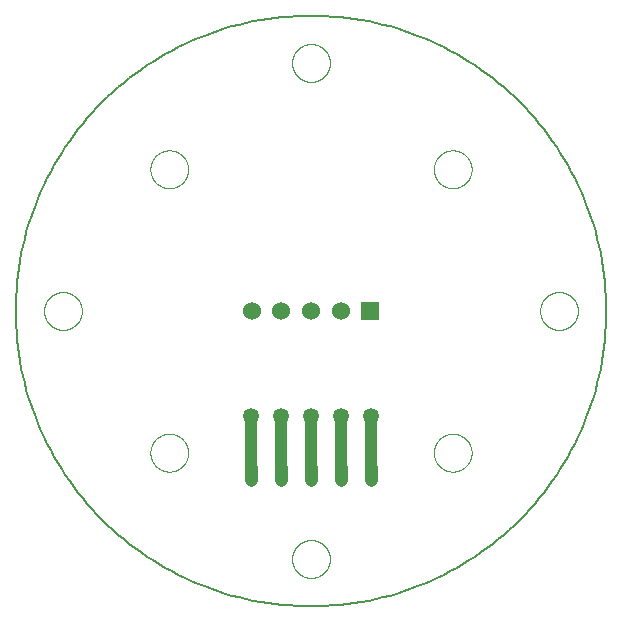
<source format=gbl>
G75*
%MOIN*%
%OFA0B0*%
%FSLAX25Y25*%
%IPPOS*%
%LPD*%
%AMOC8*
5,1,8,0,0,1.08239X$1,22.5*
%
%ADD10C,0.00600*%
%ADD11C,0.00000*%
%ADD12R,0.06000X0.06000*%
%ADD13C,0.06000*%
%ADD14C,0.04362*%
%ADD15C,0.05315*%
%ADD16C,0.04000*%
D10*
X0001300Y0099725D02*
X0001330Y0102140D01*
X0001419Y0104554D01*
X0001567Y0106966D01*
X0001774Y0109372D01*
X0002040Y0111773D01*
X0002365Y0114167D01*
X0002749Y0116552D01*
X0003191Y0118927D01*
X0003692Y0121290D01*
X0004250Y0123640D01*
X0004865Y0125976D01*
X0005538Y0128296D01*
X0006268Y0130599D01*
X0007054Y0132883D01*
X0007895Y0135148D01*
X0008792Y0137391D01*
X0009744Y0139611D01*
X0010750Y0141807D01*
X0011809Y0143978D01*
X0012922Y0146122D01*
X0014087Y0148239D01*
X0015303Y0150326D01*
X0016570Y0152382D01*
X0017888Y0154407D01*
X0019254Y0156399D01*
X0020669Y0158357D01*
X0022132Y0160279D01*
X0023641Y0162165D01*
X0025197Y0164014D01*
X0026797Y0165823D01*
X0028441Y0167593D01*
X0030128Y0169322D01*
X0031857Y0171009D01*
X0033627Y0172653D01*
X0035436Y0174253D01*
X0037285Y0175809D01*
X0039171Y0177318D01*
X0041093Y0178781D01*
X0043051Y0180196D01*
X0045043Y0181562D01*
X0047068Y0182880D01*
X0049124Y0184147D01*
X0051211Y0185363D01*
X0053328Y0186528D01*
X0055472Y0187641D01*
X0057643Y0188700D01*
X0059839Y0189706D01*
X0062059Y0190658D01*
X0064302Y0191555D01*
X0066567Y0192396D01*
X0068851Y0193182D01*
X0071154Y0193912D01*
X0073474Y0194585D01*
X0075810Y0195200D01*
X0078160Y0195758D01*
X0080523Y0196259D01*
X0082898Y0196701D01*
X0085283Y0197085D01*
X0087677Y0197410D01*
X0090078Y0197676D01*
X0092484Y0197883D01*
X0094896Y0198031D01*
X0097310Y0198120D01*
X0099725Y0198150D01*
X0102140Y0198120D01*
X0104554Y0198031D01*
X0106966Y0197883D01*
X0109372Y0197676D01*
X0111773Y0197410D01*
X0114167Y0197085D01*
X0116552Y0196701D01*
X0118927Y0196259D01*
X0121290Y0195758D01*
X0123640Y0195200D01*
X0125976Y0194585D01*
X0128296Y0193912D01*
X0130599Y0193182D01*
X0132883Y0192396D01*
X0135148Y0191555D01*
X0137391Y0190658D01*
X0139611Y0189706D01*
X0141807Y0188700D01*
X0143978Y0187641D01*
X0146122Y0186528D01*
X0148239Y0185363D01*
X0150326Y0184147D01*
X0152382Y0182880D01*
X0154407Y0181562D01*
X0156399Y0180196D01*
X0158357Y0178781D01*
X0160279Y0177318D01*
X0162165Y0175809D01*
X0164014Y0174253D01*
X0165823Y0172653D01*
X0167593Y0171009D01*
X0169322Y0169322D01*
X0171009Y0167593D01*
X0172653Y0165823D01*
X0174253Y0164014D01*
X0175809Y0162165D01*
X0177318Y0160279D01*
X0178781Y0158357D01*
X0180196Y0156399D01*
X0181562Y0154407D01*
X0182880Y0152382D01*
X0184147Y0150326D01*
X0185363Y0148239D01*
X0186528Y0146122D01*
X0187641Y0143978D01*
X0188700Y0141807D01*
X0189706Y0139611D01*
X0190658Y0137391D01*
X0191555Y0135148D01*
X0192396Y0132883D01*
X0193182Y0130599D01*
X0193912Y0128296D01*
X0194585Y0125976D01*
X0195200Y0123640D01*
X0195758Y0121290D01*
X0196259Y0118927D01*
X0196701Y0116552D01*
X0197085Y0114167D01*
X0197410Y0111773D01*
X0197676Y0109372D01*
X0197883Y0106966D01*
X0198031Y0104554D01*
X0198120Y0102140D01*
X0198150Y0099725D01*
X0198120Y0097310D01*
X0198031Y0094896D01*
X0197883Y0092484D01*
X0197676Y0090078D01*
X0197410Y0087677D01*
X0197085Y0085283D01*
X0196701Y0082898D01*
X0196259Y0080523D01*
X0195758Y0078160D01*
X0195200Y0075810D01*
X0194585Y0073474D01*
X0193912Y0071154D01*
X0193182Y0068851D01*
X0192396Y0066567D01*
X0191555Y0064302D01*
X0190658Y0062059D01*
X0189706Y0059839D01*
X0188700Y0057643D01*
X0187641Y0055472D01*
X0186528Y0053328D01*
X0185363Y0051211D01*
X0184147Y0049124D01*
X0182880Y0047068D01*
X0181562Y0045043D01*
X0180196Y0043051D01*
X0178781Y0041093D01*
X0177318Y0039171D01*
X0175809Y0037285D01*
X0174253Y0035436D01*
X0172653Y0033627D01*
X0171009Y0031857D01*
X0169322Y0030128D01*
X0167593Y0028441D01*
X0165823Y0026797D01*
X0164014Y0025197D01*
X0162165Y0023641D01*
X0160279Y0022132D01*
X0158357Y0020669D01*
X0156399Y0019254D01*
X0154407Y0017888D01*
X0152382Y0016570D01*
X0150326Y0015303D01*
X0148239Y0014087D01*
X0146122Y0012922D01*
X0143978Y0011809D01*
X0141807Y0010750D01*
X0139611Y0009744D01*
X0137391Y0008792D01*
X0135148Y0007895D01*
X0132883Y0007054D01*
X0130599Y0006268D01*
X0128296Y0005538D01*
X0125976Y0004865D01*
X0123640Y0004250D01*
X0121290Y0003692D01*
X0118927Y0003191D01*
X0116552Y0002749D01*
X0114167Y0002365D01*
X0111773Y0002040D01*
X0109372Y0001774D01*
X0106966Y0001567D01*
X0104554Y0001419D01*
X0102140Y0001330D01*
X0099725Y0001300D01*
X0097310Y0001330D01*
X0094896Y0001419D01*
X0092484Y0001567D01*
X0090078Y0001774D01*
X0087677Y0002040D01*
X0085283Y0002365D01*
X0082898Y0002749D01*
X0080523Y0003191D01*
X0078160Y0003692D01*
X0075810Y0004250D01*
X0073474Y0004865D01*
X0071154Y0005538D01*
X0068851Y0006268D01*
X0066567Y0007054D01*
X0064302Y0007895D01*
X0062059Y0008792D01*
X0059839Y0009744D01*
X0057643Y0010750D01*
X0055472Y0011809D01*
X0053328Y0012922D01*
X0051211Y0014087D01*
X0049124Y0015303D01*
X0047068Y0016570D01*
X0045043Y0017888D01*
X0043051Y0019254D01*
X0041093Y0020669D01*
X0039171Y0022132D01*
X0037285Y0023641D01*
X0035436Y0025197D01*
X0033627Y0026797D01*
X0031857Y0028441D01*
X0030128Y0030128D01*
X0028441Y0031857D01*
X0026797Y0033627D01*
X0025197Y0035436D01*
X0023641Y0037285D01*
X0022132Y0039171D01*
X0020669Y0041093D01*
X0019254Y0043051D01*
X0017888Y0045043D01*
X0016570Y0047068D01*
X0015303Y0049124D01*
X0014087Y0051211D01*
X0012922Y0053328D01*
X0011809Y0055472D01*
X0010750Y0057643D01*
X0009744Y0059839D01*
X0008792Y0062059D01*
X0007895Y0064302D01*
X0007054Y0066567D01*
X0006268Y0068851D01*
X0005538Y0071154D01*
X0004865Y0073474D01*
X0004250Y0075810D01*
X0003692Y0078160D01*
X0003191Y0080523D01*
X0002749Y0082898D01*
X0002365Y0085283D01*
X0002040Y0087677D01*
X0001774Y0090078D01*
X0001567Y0092484D01*
X0001419Y0094896D01*
X0001330Y0097310D01*
X0001300Y0099725D01*
D11*
X0046182Y0052481D02*
X0046184Y0052639D01*
X0046190Y0052797D01*
X0046200Y0052955D01*
X0046214Y0053113D01*
X0046232Y0053270D01*
X0046253Y0053427D01*
X0046279Y0053583D01*
X0046309Y0053739D01*
X0046342Y0053894D01*
X0046380Y0054047D01*
X0046421Y0054200D01*
X0046466Y0054352D01*
X0046515Y0054503D01*
X0046568Y0054652D01*
X0046624Y0054800D01*
X0046684Y0054946D01*
X0046748Y0055091D01*
X0046816Y0055234D01*
X0046887Y0055376D01*
X0046961Y0055516D01*
X0047039Y0055653D01*
X0047121Y0055789D01*
X0047205Y0055923D01*
X0047294Y0056054D01*
X0047385Y0056183D01*
X0047480Y0056310D01*
X0047577Y0056435D01*
X0047678Y0056557D01*
X0047782Y0056676D01*
X0047889Y0056793D01*
X0047999Y0056907D01*
X0048112Y0057018D01*
X0048227Y0057127D01*
X0048345Y0057232D01*
X0048466Y0057334D01*
X0048589Y0057434D01*
X0048715Y0057530D01*
X0048843Y0057623D01*
X0048973Y0057713D01*
X0049106Y0057799D01*
X0049241Y0057883D01*
X0049377Y0057962D01*
X0049516Y0058039D01*
X0049657Y0058111D01*
X0049799Y0058181D01*
X0049943Y0058246D01*
X0050089Y0058308D01*
X0050236Y0058366D01*
X0050385Y0058421D01*
X0050535Y0058472D01*
X0050686Y0058519D01*
X0050838Y0058562D01*
X0050991Y0058601D01*
X0051146Y0058637D01*
X0051301Y0058668D01*
X0051457Y0058696D01*
X0051613Y0058720D01*
X0051770Y0058740D01*
X0051928Y0058756D01*
X0052085Y0058768D01*
X0052244Y0058776D01*
X0052402Y0058780D01*
X0052560Y0058780D01*
X0052718Y0058776D01*
X0052877Y0058768D01*
X0053034Y0058756D01*
X0053192Y0058740D01*
X0053349Y0058720D01*
X0053505Y0058696D01*
X0053661Y0058668D01*
X0053816Y0058637D01*
X0053971Y0058601D01*
X0054124Y0058562D01*
X0054276Y0058519D01*
X0054427Y0058472D01*
X0054577Y0058421D01*
X0054726Y0058366D01*
X0054873Y0058308D01*
X0055019Y0058246D01*
X0055163Y0058181D01*
X0055305Y0058111D01*
X0055446Y0058039D01*
X0055585Y0057962D01*
X0055721Y0057883D01*
X0055856Y0057799D01*
X0055989Y0057713D01*
X0056119Y0057623D01*
X0056247Y0057530D01*
X0056373Y0057434D01*
X0056496Y0057334D01*
X0056617Y0057232D01*
X0056735Y0057127D01*
X0056850Y0057018D01*
X0056963Y0056907D01*
X0057073Y0056793D01*
X0057180Y0056676D01*
X0057284Y0056557D01*
X0057385Y0056435D01*
X0057482Y0056310D01*
X0057577Y0056183D01*
X0057668Y0056054D01*
X0057757Y0055923D01*
X0057841Y0055789D01*
X0057923Y0055653D01*
X0058001Y0055516D01*
X0058075Y0055376D01*
X0058146Y0055234D01*
X0058214Y0055091D01*
X0058278Y0054946D01*
X0058338Y0054800D01*
X0058394Y0054652D01*
X0058447Y0054503D01*
X0058496Y0054352D01*
X0058541Y0054200D01*
X0058582Y0054047D01*
X0058620Y0053894D01*
X0058653Y0053739D01*
X0058683Y0053583D01*
X0058709Y0053427D01*
X0058730Y0053270D01*
X0058748Y0053113D01*
X0058762Y0052955D01*
X0058772Y0052797D01*
X0058778Y0052639D01*
X0058780Y0052481D01*
X0058778Y0052323D01*
X0058772Y0052165D01*
X0058762Y0052007D01*
X0058748Y0051849D01*
X0058730Y0051692D01*
X0058709Y0051535D01*
X0058683Y0051379D01*
X0058653Y0051223D01*
X0058620Y0051068D01*
X0058582Y0050915D01*
X0058541Y0050762D01*
X0058496Y0050610D01*
X0058447Y0050459D01*
X0058394Y0050310D01*
X0058338Y0050162D01*
X0058278Y0050016D01*
X0058214Y0049871D01*
X0058146Y0049728D01*
X0058075Y0049586D01*
X0058001Y0049446D01*
X0057923Y0049309D01*
X0057841Y0049173D01*
X0057757Y0049039D01*
X0057668Y0048908D01*
X0057577Y0048779D01*
X0057482Y0048652D01*
X0057385Y0048527D01*
X0057284Y0048405D01*
X0057180Y0048286D01*
X0057073Y0048169D01*
X0056963Y0048055D01*
X0056850Y0047944D01*
X0056735Y0047835D01*
X0056617Y0047730D01*
X0056496Y0047628D01*
X0056373Y0047528D01*
X0056247Y0047432D01*
X0056119Y0047339D01*
X0055989Y0047249D01*
X0055856Y0047163D01*
X0055721Y0047079D01*
X0055585Y0047000D01*
X0055446Y0046923D01*
X0055305Y0046851D01*
X0055163Y0046781D01*
X0055019Y0046716D01*
X0054873Y0046654D01*
X0054726Y0046596D01*
X0054577Y0046541D01*
X0054427Y0046490D01*
X0054276Y0046443D01*
X0054124Y0046400D01*
X0053971Y0046361D01*
X0053816Y0046325D01*
X0053661Y0046294D01*
X0053505Y0046266D01*
X0053349Y0046242D01*
X0053192Y0046222D01*
X0053034Y0046206D01*
X0052877Y0046194D01*
X0052718Y0046186D01*
X0052560Y0046182D01*
X0052402Y0046182D01*
X0052244Y0046186D01*
X0052085Y0046194D01*
X0051928Y0046206D01*
X0051770Y0046222D01*
X0051613Y0046242D01*
X0051457Y0046266D01*
X0051301Y0046294D01*
X0051146Y0046325D01*
X0050991Y0046361D01*
X0050838Y0046400D01*
X0050686Y0046443D01*
X0050535Y0046490D01*
X0050385Y0046541D01*
X0050236Y0046596D01*
X0050089Y0046654D01*
X0049943Y0046716D01*
X0049799Y0046781D01*
X0049657Y0046851D01*
X0049516Y0046923D01*
X0049377Y0047000D01*
X0049241Y0047079D01*
X0049106Y0047163D01*
X0048973Y0047249D01*
X0048843Y0047339D01*
X0048715Y0047432D01*
X0048589Y0047528D01*
X0048466Y0047628D01*
X0048345Y0047730D01*
X0048227Y0047835D01*
X0048112Y0047944D01*
X0047999Y0048055D01*
X0047889Y0048169D01*
X0047782Y0048286D01*
X0047678Y0048405D01*
X0047577Y0048527D01*
X0047480Y0048652D01*
X0047385Y0048779D01*
X0047294Y0048908D01*
X0047205Y0049039D01*
X0047121Y0049173D01*
X0047039Y0049309D01*
X0046961Y0049446D01*
X0046887Y0049586D01*
X0046816Y0049728D01*
X0046748Y0049871D01*
X0046684Y0050016D01*
X0046624Y0050162D01*
X0046568Y0050310D01*
X0046515Y0050459D01*
X0046466Y0050610D01*
X0046421Y0050762D01*
X0046380Y0050915D01*
X0046342Y0051068D01*
X0046309Y0051223D01*
X0046279Y0051379D01*
X0046253Y0051535D01*
X0046232Y0051692D01*
X0046214Y0051849D01*
X0046200Y0052007D01*
X0046190Y0052165D01*
X0046184Y0052323D01*
X0046182Y0052481D01*
X0010749Y0099725D02*
X0010751Y0099883D01*
X0010757Y0100041D01*
X0010767Y0100199D01*
X0010781Y0100357D01*
X0010799Y0100514D01*
X0010820Y0100671D01*
X0010846Y0100827D01*
X0010876Y0100983D01*
X0010909Y0101138D01*
X0010947Y0101291D01*
X0010988Y0101444D01*
X0011033Y0101596D01*
X0011082Y0101747D01*
X0011135Y0101896D01*
X0011191Y0102044D01*
X0011251Y0102190D01*
X0011315Y0102335D01*
X0011383Y0102478D01*
X0011454Y0102620D01*
X0011528Y0102760D01*
X0011606Y0102897D01*
X0011688Y0103033D01*
X0011772Y0103167D01*
X0011861Y0103298D01*
X0011952Y0103427D01*
X0012047Y0103554D01*
X0012144Y0103679D01*
X0012245Y0103801D01*
X0012349Y0103920D01*
X0012456Y0104037D01*
X0012566Y0104151D01*
X0012679Y0104262D01*
X0012794Y0104371D01*
X0012912Y0104476D01*
X0013033Y0104578D01*
X0013156Y0104678D01*
X0013282Y0104774D01*
X0013410Y0104867D01*
X0013540Y0104957D01*
X0013673Y0105043D01*
X0013808Y0105127D01*
X0013944Y0105206D01*
X0014083Y0105283D01*
X0014224Y0105355D01*
X0014366Y0105425D01*
X0014510Y0105490D01*
X0014656Y0105552D01*
X0014803Y0105610D01*
X0014952Y0105665D01*
X0015102Y0105716D01*
X0015253Y0105763D01*
X0015405Y0105806D01*
X0015558Y0105845D01*
X0015713Y0105881D01*
X0015868Y0105912D01*
X0016024Y0105940D01*
X0016180Y0105964D01*
X0016337Y0105984D01*
X0016495Y0106000D01*
X0016652Y0106012D01*
X0016811Y0106020D01*
X0016969Y0106024D01*
X0017127Y0106024D01*
X0017285Y0106020D01*
X0017444Y0106012D01*
X0017601Y0106000D01*
X0017759Y0105984D01*
X0017916Y0105964D01*
X0018072Y0105940D01*
X0018228Y0105912D01*
X0018383Y0105881D01*
X0018538Y0105845D01*
X0018691Y0105806D01*
X0018843Y0105763D01*
X0018994Y0105716D01*
X0019144Y0105665D01*
X0019293Y0105610D01*
X0019440Y0105552D01*
X0019586Y0105490D01*
X0019730Y0105425D01*
X0019872Y0105355D01*
X0020013Y0105283D01*
X0020152Y0105206D01*
X0020288Y0105127D01*
X0020423Y0105043D01*
X0020556Y0104957D01*
X0020686Y0104867D01*
X0020814Y0104774D01*
X0020940Y0104678D01*
X0021063Y0104578D01*
X0021184Y0104476D01*
X0021302Y0104371D01*
X0021417Y0104262D01*
X0021530Y0104151D01*
X0021640Y0104037D01*
X0021747Y0103920D01*
X0021851Y0103801D01*
X0021952Y0103679D01*
X0022049Y0103554D01*
X0022144Y0103427D01*
X0022235Y0103298D01*
X0022324Y0103167D01*
X0022408Y0103033D01*
X0022490Y0102897D01*
X0022568Y0102760D01*
X0022642Y0102620D01*
X0022713Y0102478D01*
X0022781Y0102335D01*
X0022845Y0102190D01*
X0022905Y0102044D01*
X0022961Y0101896D01*
X0023014Y0101747D01*
X0023063Y0101596D01*
X0023108Y0101444D01*
X0023149Y0101291D01*
X0023187Y0101138D01*
X0023220Y0100983D01*
X0023250Y0100827D01*
X0023276Y0100671D01*
X0023297Y0100514D01*
X0023315Y0100357D01*
X0023329Y0100199D01*
X0023339Y0100041D01*
X0023345Y0099883D01*
X0023347Y0099725D01*
X0023345Y0099567D01*
X0023339Y0099409D01*
X0023329Y0099251D01*
X0023315Y0099093D01*
X0023297Y0098936D01*
X0023276Y0098779D01*
X0023250Y0098623D01*
X0023220Y0098467D01*
X0023187Y0098312D01*
X0023149Y0098159D01*
X0023108Y0098006D01*
X0023063Y0097854D01*
X0023014Y0097703D01*
X0022961Y0097554D01*
X0022905Y0097406D01*
X0022845Y0097260D01*
X0022781Y0097115D01*
X0022713Y0096972D01*
X0022642Y0096830D01*
X0022568Y0096690D01*
X0022490Y0096553D01*
X0022408Y0096417D01*
X0022324Y0096283D01*
X0022235Y0096152D01*
X0022144Y0096023D01*
X0022049Y0095896D01*
X0021952Y0095771D01*
X0021851Y0095649D01*
X0021747Y0095530D01*
X0021640Y0095413D01*
X0021530Y0095299D01*
X0021417Y0095188D01*
X0021302Y0095079D01*
X0021184Y0094974D01*
X0021063Y0094872D01*
X0020940Y0094772D01*
X0020814Y0094676D01*
X0020686Y0094583D01*
X0020556Y0094493D01*
X0020423Y0094407D01*
X0020288Y0094323D01*
X0020152Y0094244D01*
X0020013Y0094167D01*
X0019872Y0094095D01*
X0019730Y0094025D01*
X0019586Y0093960D01*
X0019440Y0093898D01*
X0019293Y0093840D01*
X0019144Y0093785D01*
X0018994Y0093734D01*
X0018843Y0093687D01*
X0018691Y0093644D01*
X0018538Y0093605D01*
X0018383Y0093569D01*
X0018228Y0093538D01*
X0018072Y0093510D01*
X0017916Y0093486D01*
X0017759Y0093466D01*
X0017601Y0093450D01*
X0017444Y0093438D01*
X0017285Y0093430D01*
X0017127Y0093426D01*
X0016969Y0093426D01*
X0016811Y0093430D01*
X0016652Y0093438D01*
X0016495Y0093450D01*
X0016337Y0093466D01*
X0016180Y0093486D01*
X0016024Y0093510D01*
X0015868Y0093538D01*
X0015713Y0093569D01*
X0015558Y0093605D01*
X0015405Y0093644D01*
X0015253Y0093687D01*
X0015102Y0093734D01*
X0014952Y0093785D01*
X0014803Y0093840D01*
X0014656Y0093898D01*
X0014510Y0093960D01*
X0014366Y0094025D01*
X0014224Y0094095D01*
X0014083Y0094167D01*
X0013944Y0094244D01*
X0013808Y0094323D01*
X0013673Y0094407D01*
X0013540Y0094493D01*
X0013410Y0094583D01*
X0013282Y0094676D01*
X0013156Y0094772D01*
X0013033Y0094872D01*
X0012912Y0094974D01*
X0012794Y0095079D01*
X0012679Y0095188D01*
X0012566Y0095299D01*
X0012456Y0095413D01*
X0012349Y0095530D01*
X0012245Y0095649D01*
X0012144Y0095771D01*
X0012047Y0095896D01*
X0011952Y0096023D01*
X0011861Y0096152D01*
X0011772Y0096283D01*
X0011688Y0096417D01*
X0011606Y0096553D01*
X0011528Y0096690D01*
X0011454Y0096830D01*
X0011383Y0096972D01*
X0011315Y0097115D01*
X0011251Y0097260D01*
X0011191Y0097406D01*
X0011135Y0097554D01*
X0011082Y0097703D01*
X0011033Y0097854D01*
X0010988Y0098006D01*
X0010947Y0098159D01*
X0010909Y0098312D01*
X0010876Y0098467D01*
X0010846Y0098623D01*
X0010820Y0098779D01*
X0010799Y0098936D01*
X0010781Y0099093D01*
X0010767Y0099251D01*
X0010757Y0099409D01*
X0010751Y0099567D01*
X0010749Y0099725D01*
X0046182Y0146969D02*
X0046184Y0147127D01*
X0046190Y0147285D01*
X0046200Y0147443D01*
X0046214Y0147601D01*
X0046232Y0147758D01*
X0046253Y0147915D01*
X0046279Y0148071D01*
X0046309Y0148227D01*
X0046342Y0148382D01*
X0046380Y0148535D01*
X0046421Y0148688D01*
X0046466Y0148840D01*
X0046515Y0148991D01*
X0046568Y0149140D01*
X0046624Y0149288D01*
X0046684Y0149434D01*
X0046748Y0149579D01*
X0046816Y0149722D01*
X0046887Y0149864D01*
X0046961Y0150004D01*
X0047039Y0150141D01*
X0047121Y0150277D01*
X0047205Y0150411D01*
X0047294Y0150542D01*
X0047385Y0150671D01*
X0047480Y0150798D01*
X0047577Y0150923D01*
X0047678Y0151045D01*
X0047782Y0151164D01*
X0047889Y0151281D01*
X0047999Y0151395D01*
X0048112Y0151506D01*
X0048227Y0151615D01*
X0048345Y0151720D01*
X0048466Y0151822D01*
X0048589Y0151922D01*
X0048715Y0152018D01*
X0048843Y0152111D01*
X0048973Y0152201D01*
X0049106Y0152287D01*
X0049241Y0152371D01*
X0049377Y0152450D01*
X0049516Y0152527D01*
X0049657Y0152599D01*
X0049799Y0152669D01*
X0049943Y0152734D01*
X0050089Y0152796D01*
X0050236Y0152854D01*
X0050385Y0152909D01*
X0050535Y0152960D01*
X0050686Y0153007D01*
X0050838Y0153050D01*
X0050991Y0153089D01*
X0051146Y0153125D01*
X0051301Y0153156D01*
X0051457Y0153184D01*
X0051613Y0153208D01*
X0051770Y0153228D01*
X0051928Y0153244D01*
X0052085Y0153256D01*
X0052244Y0153264D01*
X0052402Y0153268D01*
X0052560Y0153268D01*
X0052718Y0153264D01*
X0052877Y0153256D01*
X0053034Y0153244D01*
X0053192Y0153228D01*
X0053349Y0153208D01*
X0053505Y0153184D01*
X0053661Y0153156D01*
X0053816Y0153125D01*
X0053971Y0153089D01*
X0054124Y0153050D01*
X0054276Y0153007D01*
X0054427Y0152960D01*
X0054577Y0152909D01*
X0054726Y0152854D01*
X0054873Y0152796D01*
X0055019Y0152734D01*
X0055163Y0152669D01*
X0055305Y0152599D01*
X0055446Y0152527D01*
X0055585Y0152450D01*
X0055721Y0152371D01*
X0055856Y0152287D01*
X0055989Y0152201D01*
X0056119Y0152111D01*
X0056247Y0152018D01*
X0056373Y0151922D01*
X0056496Y0151822D01*
X0056617Y0151720D01*
X0056735Y0151615D01*
X0056850Y0151506D01*
X0056963Y0151395D01*
X0057073Y0151281D01*
X0057180Y0151164D01*
X0057284Y0151045D01*
X0057385Y0150923D01*
X0057482Y0150798D01*
X0057577Y0150671D01*
X0057668Y0150542D01*
X0057757Y0150411D01*
X0057841Y0150277D01*
X0057923Y0150141D01*
X0058001Y0150004D01*
X0058075Y0149864D01*
X0058146Y0149722D01*
X0058214Y0149579D01*
X0058278Y0149434D01*
X0058338Y0149288D01*
X0058394Y0149140D01*
X0058447Y0148991D01*
X0058496Y0148840D01*
X0058541Y0148688D01*
X0058582Y0148535D01*
X0058620Y0148382D01*
X0058653Y0148227D01*
X0058683Y0148071D01*
X0058709Y0147915D01*
X0058730Y0147758D01*
X0058748Y0147601D01*
X0058762Y0147443D01*
X0058772Y0147285D01*
X0058778Y0147127D01*
X0058780Y0146969D01*
X0058778Y0146811D01*
X0058772Y0146653D01*
X0058762Y0146495D01*
X0058748Y0146337D01*
X0058730Y0146180D01*
X0058709Y0146023D01*
X0058683Y0145867D01*
X0058653Y0145711D01*
X0058620Y0145556D01*
X0058582Y0145403D01*
X0058541Y0145250D01*
X0058496Y0145098D01*
X0058447Y0144947D01*
X0058394Y0144798D01*
X0058338Y0144650D01*
X0058278Y0144504D01*
X0058214Y0144359D01*
X0058146Y0144216D01*
X0058075Y0144074D01*
X0058001Y0143934D01*
X0057923Y0143797D01*
X0057841Y0143661D01*
X0057757Y0143527D01*
X0057668Y0143396D01*
X0057577Y0143267D01*
X0057482Y0143140D01*
X0057385Y0143015D01*
X0057284Y0142893D01*
X0057180Y0142774D01*
X0057073Y0142657D01*
X0056963Y0142543D01*
X0056850Y0142432D01*
X0056735Y0142323D01*
X0056617Y0142218D01*
X0056496Y0142116D01*
X0056373Y0142016D01*
X0056247Y0141920D01*
X0056119Y0141827D01*
X0055989Y0141737D01*
X0055856Y0141651D01*
X0055721Y0141567D01*
X0055585Y0141488D01*
X0055446Y0141411D01*
X0055305Y0141339D01*
X0055163Y0141269D01*
X0055019Y0141204D01*
X0054873Y0141142D01*
X0054726Y0141084D01*
X0054577Y0141029D01*
X0054427Y0140978D01*
X0054276Y0140931D01*
X0054124Y0140888D01*
X0053971Y0140849D01*
X0053816Y0140813D01*
X0053661Y0140782D01*
X0053505Y0140754D01*
X0053349Y0140730D01*
X0053192Y0140710D01*
X0053034Y0140694D01*
X0052877Y0140682D01*
X0052718Y0140674D01*
X0052560Y0140670D01*
X0052402Y0140670D01*
X0052244Y0140674D01*
X0052085Y0140682D01*
X0051928Y0140694D01*
X0051770Y0140710D01*
X0051613Y0140730D01*
X0051457Y0140754D01*
X0051301Y0140782D01*
X0051146Y0140813D01*
X0050991Y0140849D01*
X0050838Y0140888D01*
X0050686Y0140931D01*
X0050535Y0140978D01*
X0050385Y0141029D01*
X0050236Y0141084D01*
X0050089Y0141142D01*
X0049943Y0141204D01*
X0049799Y0141269D01*
X0049657Y0141339D01*
X0049516Y0141411D01*
X0049377Y0141488D01*
X0049241Y0141567D01*
X0049106Y0141651D01*
X0048973Y0141737D01*
X0048843Y0141827D01*
X0048715Y0141920D01*
X0048589Y0142016D01*
X0048466Y0142116D01*
X0048345Y0142218D01*
X0048227Y0142323D01*
X0048112Y0142432D01*
X0047999Y0142543D01*
X0047889Y0142657D01*
X0047782Y0142774D01*
X0047678Y0142893D01*
X0047577Y0143015D01*
X0047480Y0143140D01*
X0047385Y0143267D01*
X0047294Y0143396D01*
X0047205Y0143527D01*
X0047121Y0143661D01*
X0047039Y0143797D01*
X0046961Y0143934D01*
X0046887Y0144074D01*
X0046816Y0144216D01*
X0046748Y0144359D01*
X0046684Y0144504D01*
X0046624Y0144650D01*
X0046568Y0144798D01*
X0046515Y0144947D01*
X0046466Y0145098D01*
X0046421Y0145250D01*
X0046380Y0145403D01*
X0046342Y0145556D01*
X0046309Y0145711D01*
X0046279Y0145867D01*
X0046253Y0146023D01*
X0046232Y0146180D01*
X0046214Y0146337D01*
X0046200Y0146495D01*
X0046190Y0146653D01*
X0046184Y0146811D01*
X0046182Y0146969D01*
X0093426Y0182402D02*
X0093428Y0182560D01*
X0093434Y0182718D01*
X0093444Y0182876D01*
X0093458Y0183034D01*
X0093476Y0183191D01*
X0093497Y0183348D01*
X0093523Y0183504D01*
X0093553Y0183660D01*
X0093586Y0183815D01*
X0093624Y0183968D01*
X0093665Y0184121D01*
X0093710Y0184273D01*
X0093759Y0184424D01*
X0093812Y0184573D01*
X0093868Y0184721D01*
X0093928Y0184867D01*
X0093992Y0185012D01*
X0094060Y0185155D01*
X0094131Y0185297D01*
X0094205Y0185437D01*
X0094283Y0185574D01*
X0094365Y0185710D01*
X0094449Y0185844D01*
X0094538Y0185975D01*
X0094629Y0186104D01*
X0094724Y0186231D01*
X0094821Y0186356D01*
X0094922Y0186478D01*
X0095026Y0186597D01*
X0095133Y0186714D01*
X0095243Y0186828D01*
X0095356Y0186939D01*
X0095471Y0187048D01*
X0095589Y0187153D01*
X0095710Y0187255D01*
X0095833Y0187355D01*
X0095959Y0187451D01*
X0096087Y0187544D01*
X0096217Y0187634D01*
X0096350Y0187720D01*
X0096485Y0187804D01*
X0096621Y0187883D01*
X0096760Y0187960D01*
X0096901Y0188032D01*
X0097043Y0188102D01*
X0097187Y0188167D01*
X0097333Y0188229D01*
X0097480Y0188287D01*
X0097629Y0188342D01*
X0097779Y0188393D01*
X0097930Y0188440D01*
X0098082Y0188483D01*
X0098235Y0188522D01*
X0098390Y0188558D01*
X0098545Y0188589D01*
X0098701Y0188617D01*
X0098857Y0188641D01*
X0099014Y0188661D01*
X0099172Y0188677D01*
X0099329Y0188689D01*
X0099488Y0188697D01*
X0099646Y0188701D01*
X0099804Y0188701D01*
X0099962Y0188697D01*
X0100121Y0188689D01*
X0100278Y0188677D01*
X0100436Y0188661D01*
X0100593Y0188641D01*
X0100749Y0188617D01*
X0100905Y0188589D01*
X0101060Y0188558D01*
X0101215Y0188522D01*
X0101368Y0188483D01*
X0101520Y0188440D01*
X0101671Y0188393D01*
X0101821Y0188342D01*
X0101970Y0188287D01*
X0102117Y0188229D01*
X0102263Y0188167D01*
X0102407Y0188102D01*
X0102549Y0188032D01*
X0102690Y0187960D01*
X0102829Y0187883D01*
X0102965Y0187804D01*
X0103100Y0187720D01*
X0103233Y0187634D01*
X0103363Y0187544D01*
X0103491Y0187451D01*
X0103617Y0187355D01*
X0103740Y0187255D01*
X0103861Y0187153D01*
X0103979Y0187048D01*
X0104094Y0186939D01*
X0104207Y0186828D01*
X0104317Y0186714D01*
X0104424Y0186597D01*
X0104528Y0186478D01*
X0104629Y0186356D01*
X0104726Y0186231D01*
X0104821Y0186104D01*
X0104912Y0185975D01*
X0105001Y0185844D01*
X0105085Y0185710D01*
X0105167Y0185574D01*
X0105245Y0185437D01*
X0105319Y0185297D01*
X0105390Y0185155D01*
X0105458Y0185012D01*
X0105522Y0184867D01*
X0105582Y0184721D01*
X0105638Y0184573D01*
X0105691Y0184424D01*
X0105740Y0184273D01*
X0105785Y0184121D01*
X0105826Y0183968D01*
X0105864Y0183815D01*
X0105897Y0183660D01*
X0105927Y0183504D01*
X0105953Y0183348D01*
X0105974Y0183191D01*
X0105992Y0183034D01*
X0106006Y0182876D01*
X0106016Y0182718D01*
X0106022Y0182560D01*
X0106024Y0182402D01*
X0106022Y0182244D01*
X0106016Y0182086D01*
X0106006Y0181928D01*
X0105992Y0181770D01*
X0105974Y0181613D01*
X0105953Y0181456D01*
X0105927Y0181300D01*
X0105897Y0181144D01*
X0105864Y0180989D01*
X0105826Y0180836D01*
X0105785Y0180683D01*
X0105740Y0180531D01*
X0105691Y0180380D01*
X0105638Y0180231D01*
X0105582Y0180083D01*
X0105522Y0179937D01*
X0105458Y0179792D01*
X0105390Y0179649D01*
X0105319Y0179507D01*
X0105245Y0179367D01*
X0105167Y0179230D01*
X0105085Y0179094D01*
X0105001Y0178960D01*
X0104912Y0178829D01*
X0104821Y0178700D01*
X0104726Y0178573D01*
X0104629Y0178448D01*
X0104528Y0178326D01*
X0104424Y0178207D01*
X0104317Y0178090D01*
X0104207Y0177976D01*
X0104094Y0177865D01*
X0103979Y0177756D01*
X0103861Y0177651D01*
X0103740Y0177549D01*
X0103617Y0177449D01*
X0103491Y0177353D01*
X0103363Y0177260D01*
X0103233Y0177170D01*
X0103100Y0177084D01*
X0102965Y0177000D01*
X0102829Y0176921D01*
X0102690Y0176844D01*
X0102549Y0176772D01*
X0102407Y0176702D01*
X0102263Y0176637D01*
X0102117Y0176575D01*
X0101970Y0176517D01*
X0101821Y0176462D01*
X0101671Y0176411D01*
X0101520Y0176364D01*
X0101368Y0176321D01*
X0101215Y0176282D01*
X0101060Y0176246D01*
X0100905Y0176215D01*
X0100749Y0176187D01*
X0100593Y0176163D01*
X0100436Y0176143D01*
X0100278Y0176127D01*
X0100121Y0176115D01*
X0099962Y0176107D01*
X0099804Y0176103D01*
X0099646Y0176103D01*
X0099488Y0176107D01*
X0099329Y0176115D01*
X0099172Y0176127D01*
X0099014Y0176143D01*
X0098857Y0176163D01*
X0098701Y0176187D01*
X0098545Y0176215D01*
X0098390Y0176246D01*
X0098235Y0176282D01*
X0098082Y0176321D01*
X0097930Y0176364D01*
X0097779Y0176411D01*
X0097629Y0176462D01*
X0097480Y0176517D01*
X0097333Y0176575D01*
X0097187Y0176637D01*
X0097043Y0176702D01*
X0096901Y0176772D01*
X0096760Y0176844D01*
X0096621Y0176921D01*
X0096485Y0177000D01*
X0096350Y0177084D01*
X0096217Y0177170D01*
X0096087Y0177260D01*
X0095959Y0177353D01*
X0095833Y0177449D01*
X0095710Y0177549D01*
X0095589Y0177651D01*
X0095471Y0177756D01*
X0095356Y0177865D01*
X0095243Y0177976D01*
X0095133Y0178090D01*
X0095026Y0178207D01*
X0094922Y0178326D01*
X0094821Y0178448D01*
X0094724Y0178573D01*
X0094629Y0178700D01*
X0094538Y0178829D01*
X0094449Y0178960D01*
X0094365Y0179094D01*
X0094283Y0179230D01*
X0094205Y0179367D01*
X0094131Y0179507D01*
X0094060Y0179649D01*
X0093992Y0179792D01*
X0093928Y0179937D01*
X0093868Y0180083D01*
X0093812Y0180231D01*
X0093759Y0180380D01*
X0093710Y0180531D01*
X0093665Y0180683D01*
X0093624Y0180836D01*
X0093586Y0180989D01*
X0093553Y0181144D01*
X0093523Y0181300D01*
X0093497Y0181456D01*
X0093476Y0181613D01*
X0093458Y0181770D01*
X0093444Y0181928D01*
X0093434Y0182086D01*
X0093428Y0182244D01*
X0093426Y0182402D01*
X0140670Y0146969D02*
X0140672Y0147127D01*
X0140678Y0147285D01*
X0140688Y0147443D01*
X0140702Y0147601D01*
X0140720Y0147758D01*
X0140741Y0147915D01*
X0140767Y0148071D01*
X0140797Y0148227D01*
X0140830Y0148382D01*
X0140868Y0148535D01*
X0140909Y0148688D01*
X0140954Y0148840D01*
X0141003Y0148991D01*
X0141056Y0149140D01*
X0141112Y0149288D01*
X0141172Y0149434D01*
X0141236Y0149579D01*
X0141304Y0149722D01*
X0141375Y0149864D01*
X0141449Y0150004D01*
X0141527Y0150141D01*
X0141609Y0150277D01*
X0141693Y0150411D01*
X0141782Y0150542D01*
X0141873Y0150671D01*
X0141968Y0150798D01*
X0142065Y0150923D01*
X0142166Y0151045D01*
X0142270Y0151164D01*
X0142377Y0151281D01*
X0142487Y0151395D01*
X0142600Y0151506D01*
X0142715Y0151615D01*
X0142833Y0151720D01*
X0142954Y0151822D01*
X0143077Y0151922D01*
X0143203Y0152018D01*
X0143331Y0152111D01*
X0143461Y0152201D01*
X0143594Y0152287D01*
X0143729Y0152371D01*
X0143865Y0152450D01*
X0144004Y0152527D01*
X0144145Y0152599D01*
X0144287Y0152669D01*
X0144431Y0152734D01*
X0144577Y0152796D01*
X0144724Y0152854D01*
X0144873Y0152909D01*
X0145023Y0152960D01*
X0145174Y0153007D01*
X0145326Y0153050D01*
X0145479Y0153089D01*
X0145634Y0153125D01*
X0145789Y0153156D01*
X0145945Y0153184D01*
X0146101Y0153208D01*
X0146258Y0153228D01*
X0146416Y0153244D01*
X0146573Y0153256D01*
X0146732Y0153264D01*
X0146890Y0153268D01*
X0147048Y0153268D01*
X0147206Y0153264D01*
X0147365Y0153256D01*
X0147522Y0153244D01*
X0147680Y0153228D01*
X0147837Y0153208D01*
X0147993Y0153184D01*
X0148149Y0153156D01*
X0148304Y0153125D01*
X0148459Y0153089D01*
X0148612Y0153050D01*
X0148764Y0153007D01*
X0148915Y0152960D01*
X0149065Y0152909D01*
X0149214Y0152854D01*
X0149361Y0152796D01*
X0149507Y0152734D01*
X0149651Y0152669D01*
X0149793Y0152599D01*
X0149934Y0152527D01*
X0150073Y0152450D01*
X0150209Y0152371D01*
X0150344Y0152287D01*
X0150477Y0152201D01*
X0150607Y0152111D01*
X0150735Y0152018D01*
X0150861Y0151922D01*
X0150984Y0151822D01*
X0151105Y0151720D01*
X0151223Y0151615D01*
X0151338Y0151506D01*
X0151451Y0151395D01*
X0151561Y0151281D01*
X0151668Y0151164D01*
X0151772Y0151045D01*
X0151873Y0150923D01*
X0151970Y0150798D01*
X0152065Y0150671D01*
X0152156Y0150542D01*
X0152245Y0150411D01*
X0152329Y0150277D01*
X0152411Y0150141D01*
X0152489Y0150004D01*
X0152563Y0149864D01*
X0152634Y0149722D01*
X0152702Y0149579D01*
X0152766Y0149434D01*
X0152826Y0149288D01*
X0152882Y0149140D01*
X0152935Y0148991D01*
X0152984Y0148840D01*
X0153029Y0148688D01*
X0153070Y0148535D01*
X0153108Y0148382D01*
X0153141Y0148227D01*
X0153171Y0148071D01*
X0153197Y0147915D01*
X0153218Y0147758D01*
X0153236Y0147601D01*
X0153250Y0147443D01*
X0153260Y0147285D01*
X0153266Y0147127D01*
X0153268Y0146969D01*
X0153266Y0146811D01*
X0153260Y0146653D01*
X0153250Y0146495D01*
X0153236Y0146337D01*
X0153218Y0146180D01*
X0153197Y0146023D01*
X0153171Y0145867D01*
X0153141Y0145711D01*
X0153108Y0145556D01*
X0153070Y0145403D01*
X0153029Y0145250D01*
X0152984Y0145098D01*
X0152935Y0144947D01*
X0152882Y0144798D01*
X0152826Y0144650D01*
X0152766Y0144504D01*
X0152702Y0144359D01*
X0152634Y0144216D01*
X0152563Y0144074D01*
X0152489Y0143934D01*
X0152411Y0143797D01*
X0152329Y0143661D01*
X0152245Y0143527D01*
X0152156Y0143396D01*
X0152065Y0143267D01*
X0151970Y0143140D01*
X0151873Y0143015D01*
X0151772Y0142893D01*
X0151668Y0142774D01*
X0151561Y0142657D01*
X0151451Y0142543D01*
X0151338Y0142432D01*
X0151223Y0142323D01*
X0151105Y0142218D01*
X0150984Y0142116D01*
X0150861Y0142016D01*
X0150735Y0141920D01*
X0150607Y0141827D01*
X0150477Y0141737D01*
X0150344Y0141651D01*
X0150209Y0141567D01*
X0150073Y0141488D01*
X0149934Y0141411D01*
X0149793Y0141339D01*
X0149651Y0141269D01*
X0149507Y0141204D01*
X0149361Y0141142D01*
X0149214Y0141084D01*
X0149065Y0141029D01*
X0148915Y0140978D01*
X0148764Y0140931D01*
X0148612Y0140888D01*
X0148459Y0140849D01*
X0148304Y0140813D01*
X0148149Y0140782D01*
X0147993Y0140754D01*
X0147837Y0140730D01*
X0147680Y0140710D01*
X0147522Y0140694D01*
X0147365Y0140682D01*
X0147206Y0140674D01*
X0147048Y0140670D01*
X0146890Y0140670D01*
X0146732Y0140674D01*
X0146573Y0140682D01*
X0146416Y0140694D01*
X0146258Y0140710D01*
X0146101Y0140730D01*
X0145945Y0140754D01*
X0145789Y0140782D01*
X0145634Y0140813D01*
X0145479Y0140849D01*
X0145326Y0140888D01*
X0145174Y0140931D01*
X0145023Y0140978D01*
X0144873Y0141029D01*
X0144724Y0141084D01*
X0144577Y0141142D01*
X0144431Y0141204D01*
X0144287Y0141269D01*
X0144145Y0141339D01*
X0144004Y0141411D01*
X0143865Y0141488D01*
X0143729Y0141567D01*
X0143594Y0141651D01*
X0143461Y0141737D01*
X0143331Y0141827D01*
X0143203Y0141920D01*
X0143077Y0142016D01*
X0142954Y0142116D01*
X0142833Y0142218D01*
X0142715Y0142323D01*
X0142600Y0142432D01*
X0142487Y0142543D01*
X0142377Y0142657D01*
X0142270Y0142774D01*
X0142166Y0142893D01*
X0142065Y0143015D01*
X0141968Y0143140D01*
X0141873Y0143267D01*
X0141782Y0143396D01*
X0141693Y0143527D01*
X0141609Y0143661D01*
X0141527Y0143797D01*
X0141449Y0143934D01*
X0141375Y0144074D01*
X0141304Y0144216D01*
X0141236Y0144359D01*
X0141172Y0144504D01*
X0141112Y0144650D01*
X0141056Y0144798D01*
X0141003Y0144947D01*
X0140954Y0145098D01*
X0140909Y0145250D01*
X0140868Y0145403D01*
X0140830Y0145556D01*
X0140797Y0145711D01*
X0140767Y0145867D01*
X0140741Y0146023D01*
X0140720Y0146180D01*
X0140702Y0146337D01*
X0140688Y0146495D01*
X0140678Y0146653D01*
X0140672Y0146811D01*
X0140670Y0146969D01*
X0176103Y0099725D02*
X0176105Y0099883D01*
X0176111Y0100041D01*
X0176121Y0100199D01*
X0176135Y0100357D01*
X0176153Y0100514D01*
X0176174Y0100671D01*
X0176200Y0100827D01*
X0176230Y0100983D01*
X0176263Y0101138D01*
X0176301Y0101291D01*
X0176342Y0101444D01*
X0176387Y0101596D01*
X0176436Y0101747D01*
X0176489Y0101896D01*
X0176545Y0102044D01*
X0176605Y0102190D01*
X0176669Y0102335D01*
X0176737Y0102478D01*
X0176808Y0102620D01*
X0176882Y0102760D01*
X0176960Y0102897D01*
X0177042Y0103033D01*
X0177126Y0103167D01*
X0177215Y0103298D01*
X0177306Y0103427D01*
X0177401Y0103554D01*
X0177498Y0103679D01*
X0177599Y0103801D01*
X0177703Y0103920D01*
X0177810Y0104037D01*
X0177920Y0104151D01*
X0178033Y0104262D01*
X0178148Y0104371D01*
X0178266Y0104476D01*
X0178387Y0104578D01*
X0178510Y0104678D01*
X0178636Y0104774D01*
X0178764Y0104867D01*
X0178894Y0104957D01*
X0179027Y0105043D01*
X0179162Y0105127D01*
X0179298Y0105206D01*
X0179437Y0105283D01*
X0179578Y0105355D01*
X0179720Y0105425D01*
X0179864Y0105490D01*
X0180010Y0105552D01*
X0180157Y0105610D01*
X0180306Y0105665D01*
X0180456Y0105716D01*
X0180607Y0105763D01*
X0180759Y0105806D01*
X0180912Y0105845D01*
X0181067Y0105881D01*
X0181222Y0105912D01*
X0181378Y0105940D01*
X0181534Y0105964D01*
X0181691Y0105984D01*
X0181849Y0106000D01*
X0182006Y0106012D01*
X0182165Y0106020D01*
X0182323Y0106024D01*
X0182481Y0106024D01*
X0182639Y0106020D01*
X0182798Y0106012D01*
X0182955Y0106000D01*
X0183113Y0105984D01*
X0183270Y0105964D01*
X0183426Y0105940D01*
X0183582Y0105912D01*
X0183737Y0105881D01*
X0183892Y0105845D01*
X0184045Y0105806D01*
X0184197Y0105763D01*
X0184348Y0105716D01*
X0184498Y0105665D01*
X0184647Y0105610D01*
X0184794Y0105552D01*
X0184940Y0105490D01*
X0185084Y0105425D01*
X0185226Y0105355D01*
X0185367Y0105283D01*
X0185506Y0105206D01*
X0185642Y0105127D01*
X0185777Y0105043D01*
X0185910Y0104957D01*
X0186040Y0104867D01*
X0186168Y0104774D01*
X0186294Y0104678D01*
X0186417Y0104578D01*
X0186538Y0104476D01*
X0186656Y0104371D01*
X0186771Y0104262D01*
X0186884Y0104151D01*
X0186994Y0104037D01*
X0187101Y0103920D01*
X0187205Y0103801D01*
X0187306Y0103679D01*
X0187403Y0103554D01*
X0187498Y0103427D01*
X0187589Y0103298D01*
X0187678Y0103167D01*
X0187762Y0103033D01*
X0187844Y0102897D01*
X0187922Y0102760D01*
X0187996Y0102620D01*
X0188067Y0102478D01*
X0188135Y0102335D01*
X0188199Y0102190D01*
X0188259Y0102044D01*
X0188315Y0101896D01*
X0188368Y0101747D01*
X0188417Y0101596D01*
X0188462Y0101444D01*
X0188503Y0101291D01*
X0188541Y0101138D01*
X0188574Y0100983D01*
X0188604Y0100827D01*
X0188630Y0100671D01*
X0188651Y0100514D01*
X0188669Y0100357D01*
X0188683Y0100199D01*
X0188693Y0100041D01*
X0188699Y0099883D01*
X0188701Y0099725D01*
X0188699Y0099567D01*
X0188693Y0099409D01*
X0188683Y0099251D01*
X0188669Y0099093D01*
X0188651Y0098936D01*
X0188630Y0098779D01*
X0188604Y0098623D01*
X0188574Y0098467D01*
X0188541Y0098312D01*
X0188503Y0098159D01*
X0188462Y0098006D01*
X0188417Y0097854D01*
X0188368Y0097703D01*
X0188315Y0097554D01*
X0188259Y0097406D01*
X0188199Y0097260D01*
X0188135Y0097115D01*
X0188067Y0096972D01*
X0187996Y0096830D01*
X0187922Y0096690D01*
X0187844Y0096553D01*
X0187762Y0096417D01*
X0187678Y0096283D01*
X0187589Y0096152D01*
X0187498Y0096023D01*
X0187403Y0095896D01*
X0187306Y0095771D01*
X0187205Y0095649D01*
X0187101Y0095530D01*
X0186994Y0095413D01*
X0186884Y0095299D01*
X0186771Y0095188D01*
X0186656Y0095079D01*
X0186538Y0094974D01*
X0186417Y0094872D01*
X0186294Y0094772D01*
X0186168Y0094676D01*
X0186040Y0094583D01*
X0185910Y0094493D01*
X0185777Y0094407D01*
X0185642Y0094323D01*
X0185506Y0094244D01*
X0185367Y0094167D01*
X0185226Y0094095D01*
X0185084Y0094025D01*
X0184940Y0093960D01*
X0184794Y0093898D01*
X0184647Y0093840D01*
X0184498Y0093785D01*
X0184348Y0093734D01*
X0184197Y0093687D01*
X0184045Y0093644D01*
X0183892Y0093605D01*
X0183737Y0093569D01*
X0183582Y0093538D01*
X0183426Y0093510D01*
X0183270Y0093486D01*
X0183113Y0093466D01*
X0182955Y0093450D01*
X0182798Y0093438D01*
X0182639Y0093430D01*
X0182481Y0093426D01*
X0182323Y0093426D01*
X0182165Y0093430D01*
X0182006Y0093438D01*
X0181849Y0093450D01*
X0181691Y0093466D01*
X0181534Y0093486D01*
X0181378Y0093510D01*
X0181222Y0093538D01*
X0181067Y0093569D01*
X0180912Y0093605D01*
X0180759Y0093644D01*
X0180607Y0093687D01*
X0180456Y0093734D01*
X0180306Y0093785D01*
X0180157Y0093840D01*
X0180010Y0093898D01*
X0179864Y0093960D01*
X0179720Y0094025D01*
X0179578Y0094095D01*
X0179437Y0094167D01*
X0179298Y0094244D01*
X0179162Y0094323D01*
X0179027Y0094407D01*
X0178894Y0094493D01*
X0178764Y0094583D01*
X0178636Y0094676D01*
X0178510Y0094772D01*
X0178387Y0094872D01*
X0178266Y0094974D01*
X0178148Y0095079D01*
X0178033Y0095188D01*
X0177920Y0095299D01*
X0177810Y0095413D01*
X0177703Y0095530D01*
X0177599Y0095649D01*
X0177498Y0095771D01*
X0177401Y0095896D01*
X0177306Y0096023D01*
X0177215Y0096152D01*
X0177126Y0096283D01*
X0177042Y0096417D01*
X0176960Y0096553D01*
X0176882Y0096690D01*
X0176808Y0096830D01*
X0176737Y0096972D01*
X0176669Y0097115D01*
X0176605Y0097260D01*
X0176545Y0097406D01*
X0176489Y0097554D01*
X0176436Y0097703D01*
X0176387Y0097854D01*
X0176342Y0098006D01*
X0176301Y0098159D01*
X0176263Y0098312D01*
X0176230Y0098467D01*
X0176200Y0098623D01*
X0176174Y0098779D01*
X0176153Y0098936D01*
X0176135Y0099093D01*
X0176121Y0099251D01*
X0176111Y0099409D01*
X0176105Y0099567D01*
X0176103Y0099725D01*
X0140670Y0052481D02*
X0140672Y0052639D01*
X0140678Y0052797D01*
X0140688Y0052955D01*
X0140702Y0053113D01*
X0140720Y0053270D01*
X0140741Y0053427D01*
X0140767Y0053583D01*
X0140797Y0053739D01*
X0140830Y0053894D01*
X0140868Y0054047D01*
X0140909Y0054200D01*
X0140954Y0054352D01*
X0141003Y0054503D01*
X0141056Y0054652D01*
X0141112Y0054800D01*
X0141172Y0054946D01*
X0141236Y0055091D01*
X0141304Y0055234D01*
X0141375Y0055376D01*
X0141449Y0055516D01*
X0141527Y0055653D01*
X0141609Y0055789D01*
X0141693Y0055923D01*
X0141782Y0056054D01*
X0141873Y0056183D01*
X0141968Y0056310D01*
X0142065Y0056435D01*
X0142166Y0056557D01*
X0142270Y0056676D01*
X0142377Y0056793D01*
X0142487Y0056907D01*
X0142600Y0057018D01*
X0142715Y0057127D01*
X0142833Y0057232D01*
X0142954Y0057334D01*
X0143077Y0057434D01*
X0143203Y0057530D01*
X0143331Y0057623D01*
X0143461Y0057713D01*
X0143594Y0057799D01*
X0143729Y0057883D01*
X0143865Y0057962D01*
X0144004Y0058039D01*
X0144145Y0058111D01*
X0144287Y0058181D01*
X0144431Y0058246D01*
X0144577Y0058308D01*
X0144724Y0058366D01*
X0144873Y0058421D01*
X0145023Y0058472D01*
X0145174Y0058519D01*
X0145326Y0058562D01*
X0145479Y0058601D01*
X0145634Y0058637D01*
X0145789Y0058668D01*
X0145945Y0058696D01*
X0146101Y0058720D01*
X0146258Y0058740D01*
X0146416Y0058756D01*
X0146573Y0058768D01*
X0146732Y0058776D01*
X0146890Y0058780D01*
X0147048Y0058780D01*
X0147206Y0058776D01*
X0147365Y0058768D01*
X0147522Y0058756D01*
X0147680Y0058740D01*
X0147837Y0058720D01*
X0147993Y0058696D01*
X0148149Y0058668D01*
X0148304Y0058637D01*
X0148459Y0058601D01*
X0148612Y0058562D01*
X0148764Y0058519D01*
X0148915Y0058472D01*
X0149065Y0058421D01*
X0149214Y0058366D01*
X0149361Y0058308D01*
X0149507Y0058246D01*
X0149651Y0058181D01*
X0149793Y0058111D01*
X0149934Y0058039D01*
X0150073Y0057962D01*
X0150209Y0057883D01*
X0150344Y0057799D01*
X0150477Y0057713D01*
X0150607Y0057623D01*
X0150735Y0057530D01*
X0150861Y0057434D01*
X0150984Y0057334D01*
X0151105Y0057232D01*
X0151223Y0057127D01*
X0151338Y0057018D01*
X0151451Y0056907D01*
X0151561Y0056793D01*
X0151668Y0056676D01*
X0151772Y0056557D01*
X0151873Y0056435D01*
X0151970Y0056310D01*
X0152065Y0056183D01*
X0152156Y0056054D01*
X0152245Y0055923D01*
X0152329Y0055789D01*
X0152411Y0055653D01*
X0152489Y0055516D01*
X0152563Y0055376D01*
X0152634Y0055234D01*
X0152702Y0055091D01*
X0152766Y0054946D01*
X0152826Y0054800D01*
X0152882Y0054652D01*
X0152935Y0054503D01*
X0152984Y0054352D01*
X0153029Y0054200D01*
X0153070Y0054047D01*
X0153108Y0053894D01*
X0153141Y0053739D01*
X0153171Y0053583D01*
X0153197Y0053427D01*
X0153218Y0053270D01*
X0153236Y0053113D01*
X0153250Y0052955D01*
X0153260Y0052797D01*
X0153266Y0052639D01*
X0153268Y0052481D01*
X0153266Y0052323D01*
X0153260Y0052165D01*
X0153250Y0052007D01*
X0153236Y0051849D01*
X0153218Y0051692D01*
X0153197Y0051535D01*
X0153171Y0051379D01*
X0153141Y0051223D01*
X0153108Y0051068D01*
X0153070Y0050915D01*
X0153029Y0050762D01*
X0152984Y0050610D01*
X0152935Y0050459D01*
X0152882Y0050310D01*
X0152826Y0050162D01*
X0152766Y0050016D01*
X0152702Y0049871D01*
X0152634Y0049728D01*
X0152563Y0049586D01*
X0152489Y0049446D01*
X0152411Y0049309D01*
X0152329Y0049173D01*
X0152245Y0049039D01*
X0152156Y0048908D01*
X0152065Y0048779D01*
X0151970Y0048652D01*
X0151873Y0048527D01*
X0151772Y0048405D01*
X0151668Y0048286D01*
X0151561Y0048169D01*
X0151451Y0048055D01*
X0151338Y0047944D01*
X0151223Y0047835D01*
X0151105Y0047730D01*
X0150984Y0047628D01*
X0150861Y0047528D01*
X0150735Y0047432D01*
X0150607Y0047339D01*
X0150477Y0047249D01*
X0150344Y0047163D01*
X0150209Y0047079D01*
X0150073Y0047000D01*
X0149934Y0046923D01*
X0149793Y0046851D01*
X0149651Y0046781D01*
X0149507Y0046716D01*
X0149361Y0046654D01*
X0149214Y0046596D01*
X0149065Y0046541D01*
X0148915Y0046490D01*
X0148764Y0046443D01*
X0148612Y0046400D01*
X0148459Y0046361D01*
X0148304Y0046325D01*
X0148149Y0046294D01*
X0147993Y0046266D01*
X0147837Y0046242D01*
X0147680Y0046222D01*
X0147522Y0046206D01*
X0147365Y0046194D01*
X0147206Y0046186D01*
X0147048Y0046182D01*
X0146890Y0046182D01*
X0146732Y0046186D01*
X0146573Y0046194D01*
X0146416Y0046206D01*
X0146258Y0046222D01*
X0146101Y0046242D01*
X0145945Y0046266D01*
X0145789Y0046294D01*
X0145634Y0046325D01*
X0145479Y0046361D01*
X0145326Y0046400D01*
X0145174Y0046443D01*
X0145023Y0046490D01*
X0144873Y0046541D01*
X0144724Y0046596D01*
X0144577Y0046654D01*
X0144431Y0046716D01*
X0144287Y0046781D01*
X0144145Y0046851D01*
X0144004Y0046923D01*
X0143865Y0047000D01*
X0143729Y0047079D01*
X0143594Y0047163D01*
X0143461Y0047249D01*
X0143331Y0047339D01*
X0143203Y0047432D01*
X0143077Y0047528D01*
X0142954Y0047628D01*
X0142833Y0047730D01*
X0142715Y0047835D01*
X0142600Y0047944D01*
X0142487Y0048055D01*
X0142377Y0048169D01*
X0142270Y0048286D01*
X0142166Y0048405D01*
X0142065Y0048527D01*
X0141968Y0048652D01*
X0141873Y0048779D01*
X0141782Y0048908D01*
X0141693Y0049039D01*
X0141609Y0049173D01*
X0141527Y0049309D01*
X0141449Y0049446D01*
X0141375Y0049586D01*
X0141304Y0049728D01*
X0141236Y0049871D01*
X0141172Y0050016D01*
X0141112Y0050162D01*
X0141056Y0050310D01*
X0141003Y0050459D01*
X0140954Y0050610D01*
X0140909Y0050762D01*
X0140868Y0050915D01*
X0140830Y0051068D01*
X0140797Y0051223D01*
X0140767Y0051379D01*
X0140741Y0051535D01*
X0140720Y0051692D01*
X0140702Y0051849D01*
X0140688Y0052007D01*
X0140678Y0052165D01*
X0140672Y0052323D01*
X0140670Y0052481D01*
X0093426Y0017048D02*
X0093428Y0017206D01*
X0093434Y0017364D01*
X0093444Y0017522D01*
X0093458Y0017680D01*
X0093476Y0017837D01*
X0093497Y0017994D01*
X0093523Y0018150D01*
X0093553Y0018306D01*
X0093586Y0018461D01*
X0093624Y0018614D01*
X0093665Y0018767D01*
X0093710Y0018919D01*
X0093759Y0019070D01*
X0093812Y0019219D01*
X0093868Y0019367D01*
X0093928Y0019513D01*
X0093992Y0019658D01*
X0094060Y0019801D01*
X0094131Y0019943D01*
X0094205Y0020083D01*
X0094283Y0020220D01*
X0094365Y0020356D01*
X0094449Y0020490D01*
X0094538Y0020621D01*
X0094629Y0020750D01*
X0094724Y0020877D01*
X0094821Y0021002D01*
X0094922Y0021124D01*
X0095026Y0021243D01*
X0095133Y0021360D01*
X0095243Y0021474D01*
X0095356Y0021585D01*
X0095471Y0021694D01*
X0095589Y0021799D01*
X0095710Y0021901D01*
X0095833Y0022001D01*
X0095959Y0022097D01*
X0096087Y0022190D01*
X0096217Y0022280D01*
X0096350Y0022366D01*
X0096485Y0022450D01*
X0096621Y0022529D01*
X0096760Y0022606D01*
X0096901Y0022678D01*
X0097043Y0022748D01*
X0097187Y0022813D01*
X0097333Y0022875D01*
X0097480Y0022933D01*
X0097629Y0022988D01*
X0097779Y0023039D01*
X0097930Y0023086D01*
X0098082Y0023129D01*
X0098235Y0023168D01*
X0098390Y0023204D01*
X0098545Y0023235D01*
X0098701Y0023263D01*
X0098857Y0023287D01*
X0099014Y0023307D01*
X0099172Y0023323D01*
X0099329Y0023335D01*
X0099488Y0023343D01*
X0099646Y0023347D01*
X0099804Y0023347D01*
X0099962Y0023343D01*
X0100121Y0023335D01*
X0100278Y0023323D01*
X0100436Y0023307D01*
X0100593Y0023287D01*
X0100749Y0023263D01*
X0100905Y0023235D01*
X0101060Y0023204D01*
X0101215Y0023168D01*
X0101368Y0023129D01*
X0101520Y0023086D01*
X0101671Y0023039D01*
X0101821Y0022988D01*
X0101970Y0022933D01*
X0102117Y0022875D01*
X0102263Y0022813D01*
X0102407Y0022748D01*
X0102549Y0022678D01*
X0102690Y0022606D01*
X0102829Y0022529D01*
X0102965Y0022450D01*
X0103100Y0022366D01*
X0103233Y0022280D01*
X0103363Y0022190D01*
X0103491Y0022097D01*
X0103617Y0022001D01*
X0103740Y0021901D01*
X0103861Y0021799D01*
X0103979Y0021694D01*
X0104094Y0021585D01*
X0104207Y0021474D01*
X0104317Y0021360D01*
X0104424Y0021243D01*
X0104528Y0021124D01*
X0104629Y0021002D01*
X0104726Y0020877D01*
X0104821Y0020750D01*
X0104912Y0020621D01*
X0105001Y0020490D01*
X0105085Y0020356D01*
X0105167Y0020220D01*
X0105245Y0020083D01*
X0105319Y0019943D01*
X0105390Y0019801D01*
X0105458Y0019658D01*
X0105522Y0019513D01*
X0105582Y0019367D01*
X0105638Y0019219D01*
X0105691Y0019070D01*
X0105740Y0018919D01*
X0105785Y0018767D01*
X0105826Y0018614D01*
X0105864Y0018461D01*
X0105897Y0018306D01*
X0105927Y0018150D01*
X0105953Y0017994D01*
X0105974Y0017837D01*
X0105992Y0017680D01*
X0106006Y0017522D01*
X0106016Y0017364D01*
X0106022Y0017206D01*
X0106024Y0017048D01*
X0106022Y0016890D01*
X0106016Y0016732D01*
X0106006Y0016574D01*
X0105992Y0016416D01*
X0105974Y0016259D01*
X0105953Y0016102D01*
X0105927Y0015946D01*
X0105897Y0015790D01*
X0105864Y0015635D01*
X0105826Y0015482D01*
X0105785Y0015329D01*
X0105740Y0015177D01*
X0105691Y0015026D01*
X0105638Y0014877D01*
X0105582Y0014729D01*
X0105522Y0014583D01*
X0105458Y0014438D01*
X0105390Y0014295D01*
X0105319Y0014153D01*
X0105245Y0014013D01*
X0105167Y0013876D01*
X0105085Y0013740D01*
X0105001Y0013606D01*
X0104912Y0013475D01*
X0104821Y0013346D01*
X0104726Y0013219D01*
X0104629Y0013094D01*
X0104528Y0012972D01*
X0104424Y0012853D01*
X0104317Y0012736D01*
X0104207Y0012622D01*
X0104094Y0012511D01*
X0103979Y0012402D01*
X0103861Y0012297D01*
X0103740Y0012195D01*
X0103617Y0012095D01*
X0103491Y0011999D01*
X0103363Y0011906D01*
X0103233Y0011816D01*
X0103100Y0011730D01*
X0102965Y0011646D01*
X0102829Y0011567D01*
X0102690Y0011490D01*
X0102549Y0011418D01*
X0102407Y0011348D01*
X0102263Y0011283D01*
X0102117Y0011221D01*
X0101970Y0011163D01*
X0101821Y0011108D01*
X0101671Y0011057D01*
X0101520Y0011010D01*
X0101368Y0010967D01*
X0101215Y0010928D01*
X0101060Y0010892D01*
X0100905Y0010861D01*
X0100749Y0010833D01*
X0100593Y0010809D01*
X0100436Y0010789D01*
X0100278Y0010773D01*
X0100121Y0010761D01*
X0099962Y0010753D01*
X0099804Y0010749D01*
X0099646Y0010749D01*
X0099488Y0010753D01*
X0099329Y0010761D01*
X0099172Y0010773D01*
X0099014Y0010789D01*
X0098857Y0010809D01*
X0098701Y0010833D01*
X0098545Y0010861D01*
X0098390Y0010892D01*
X0098235Y0010928D01*
X0098082Y0010967D01*
X0097930Y0011010D01*
X0097779Y0011057D01*
X0097629Y0011108D01*
X0097480Y0011163D01*
X0097333Y0011221D01*
X0097187Y0011283D01*
X0097043Y0011348D01*
X0096901Y0011418D01*
X0096760Y0011490D01*
X0096621Y0011567D01*
X0096485Y0011646D01*
X0096350Y0011730D01*
X0096217Y0011816D01*
X0096087Y0011906D01*
X0095959Y0011999D01*
X0095833Y0012095D01*
X0095710Y0012195D01*
X0095589Y0012297D01*
X0095471Y0012402D01*
X0095356Y0012511D01*
X0095243Y0012622D01*
X0095133Y0012736D01*
X0095026Y0012853D01*
X0094922Y0012972D01*
X0094821Y0013094D01*
X0094724Y0013219D01*
X0094629Y0013346D01*
X0094538Y0013475D01*
X0094449Y0013606D01*
X0094365Y0013740D01*
X0094283Y0013876D01*
X0094205Y0014013D01*
X0094131Y0014153D01*
X0094060Y0014295D01*
X0093992Y0014438D01*
X0093928Y0014583D01*
X0093868Y0014729D01*
X0093812Y0014877D01*
X0093759Y0015026D01*
X0093710Y0015177D01*
X0093665Y0015329D01*
X0093624Y0015482D01*
X0093586Y0015635D01*
X0093553Y0015790D01*
X0093523Y0015946D01*
X0093497Y0016102D01*
X0093476Y0016259D01*
X0093458Y0016416D01*
X0093444Y0016574D01*
X0093434Y0016732D01*
X0093428Y0016890D01*
X0093426Y0017048D01*
D12*
X0119410Y0099725D03*
D13*
X0109568Y0099725D03*
X0099725Y0099725D03*
X0089883Y0099725D03*
X0080040Y0099725D03*
D14*
X0079725Y0047851D02*
X0079725Y0043489D01*
X0089725Y0043489D02*
X0089725Y0047851D01*
X0099725Y0047851D02*
X0099725Y0043489D01*
X0109725Y0043489D02*
X0109725Y0047851D01*
X0119725Y0047851D02*
X0119725Y0043489D01*
D15*
X0119725Y0064725D03*
X0109725Y0064725D03*
X0099725Y0064725D03*
X0089725Y0064725D03*
X0079725Y0064725D03*
D16*
X0079725Y0045670D01*
X0089725Y0045670D02*
X0089725Y0064725D01*
X0099725Y0064725D02*
X0099725Y0045670D01*
X0109725Y0045670D02*
X0109725Y0064725D01*
X0119725Y0064725D02*
X0119725Y0045670D01*
M02*

</source>
